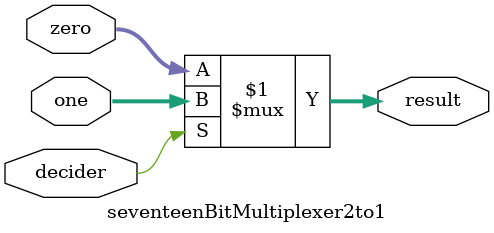
<source format=v>
module seventeenBitMultiplexer2to1(zero, one, decider, result);
  input [16:0] zero;  
  input [16:0] one;
  output [16:0] result; 
  input decider;

  assign result = decider ? one : zero;
endmodule	
</source>
